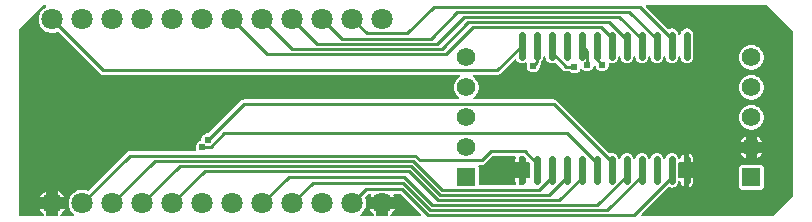
<source format=gtl>
G04 Layer: TopLayer*
G04 EasyEDA v6.4.25, 2021-10-17T02:20:50+08:00*
G04 2ac7491e4d7b47ffaeae1aaf30646eaa,91c7be0e0535418db580a4ece6a21754,10*
G04 Gerber Generator version 0.2*
G04 Scale: 100 percent, Rotated: No, Reflected: No *
G04 Dimensions in millimeters *
G04 leading zeros omitted , absolute positions ,4 integer and 5 decimal *
%FSLAX45Y45*%
%MOMM*%

%ADD11C,0.2700*%
%ADD12C,0.5600*%
%ADD13C,0.6100*%
%ADD14C,1.5748*%
%ADD15R,1.5748X1.5748*%
%ADD16C,1.8000*%

%LPD*%
G36*
X4674108Y2840024D02*
G01*
X4670196Y2840786D01*
X4666945Y2843022D01*
X4664710Y2846324D01*
X4663948Y2850184D01*
X4663948Y2986481D01*
X4663236Y2992780D01*
X4660849Y2999486D01*
X4660290Y3003296D01*
X4661154Y3007055D01*
X4663389Y3010204D01*
X4666640Y3012287D01*
X4670399Y3013049D01*
X4689906Y3013049D01*
X4698085Y3013862D01*
X4705451Y3016097D01*
X4712258Y3019704D01*
X4718608Y3024936D01*
X4779518Y3085795D01*
X4782820Y3088030D01*
X4786680Y3088792D01*
X4967427Y3088792D01*
X4971084Y3088081D01*
X4974234Y3086150D01*
X4976469Y3083255D01*
X4977536Y3079699D01*
X4977231Y3075990D01*
X4976164Y3071926D01*
X4975301Y3062122D01*
X4975301Y3036163D01*
X5008829Y3036163D01*
X5008829Y3078632D01*
X5009642Y3082493D01*
X5011826Y3085795D01*
X5015128Y3088030D01*
X5018989Y3088792D01*
X5032400Y3088792D01*
X5036261Y3088030D01*
X5039563Y3085795D01*
X5046573Y3078784D01*
X5048758Y3075533D01*
X5049570Y3071622D01*
X5049570Y3036163D01*
X5085029Y3036163D01*
X5088940Y3035350D01*
X5092192Y3033166D01*
X5099304Y3026054D01*
X5101539Y3022752D01*
X5102301Y3018891D01*
X5102301Y2912008D01*
X5101539Y2908147D01*
X5099304Y2904845D01*
X5096002Y2902610D01*
X5092141Y2901848D01*
X5049570Y2901848D01*
X5049570Y2850184D01*
X5048758Y2846324D01*
X5046573Y2843022D01*
X5043271Y2840786D01*
X5039410Y2840024D01*
X5018989Y2840024D01*
X5015128Y2840786D01*
X5011826Y2843022D01*
X5009642Y2846324D01*
X5008829Y2850184D01*
X5008829Y2901848D01*
X4975301Y2901848D01*
X4975301Y2875838D01*
X4976164Y2866085D01*
X4978603Y2856992D01*
X4979720Y2854502D01*
X4980686Y2850540D01*
X4980025Y2846578D01*
X4977841Y2843123D01*
X4974488Y2840837D01*
X4970526Y2840024D01*
G37*

%LPD*%
G36*
X785368Y2578608D02*
G01*
X781456Y2579370D01*
X778205Y2581605D01*
X775970Y2584856D01*
X775208Y2588768D01*
X775208Y4163364D01*
X775970Y4167225D01*
X778205Y4170527D01*
X972972Y4365294D01*
X976274Y4367530D01*
X980135Y4368292D01*
X994918Y4368292D01*
X999236Y4367326D01*
X1002741Y4364583D01*
X1004722Y4360672D01*
X1004874Y4356252D01*
X1003096Y4352137D01*
X999794Y4349242D01*
X992022Y4344924D01*
X980236Y4336389D01*
X969619Y4326432D01*
X960323Y4315206D01*
X952550Y4302912D01*
X946353Y4289755D01*
X941832Y4275937D01*
X939139Y4261612D01*
X938225Y4247083D01*
X939139Y4232554D01*
X941832Y4218279D01*
X946353Y4204462D01*
X952550Y4191254D01*
X960323Y4178960D01*
X969619Y4167784D01*
X980236Y4157827D01*
X992022Y4149242D01*
X1004773Y4142232D01*
X1018286Y4136898D01*
X1032408Y4133291D01*
X1046835Y4131462D01*
X1061364Y4131462D01*
X1075791Y4133291D01*
X1089914Y4136898D01*
X1097076Y4139742D01*
X1100937Y4140454D01*
X1104747Y4139641D01*
X1107998Y4137456D01*
X1456385Y3789121D01*
X1462735Y3783888D01*
X1469542Y3780282D01*
X1476908Y3778046D01*
X1485087Y3777234D01*
X4497882Y3777234D01*
X4502099Y3776319D01*
X4505553Y3773779D01*
X4507636Y3770020D01*
X4507992Y3765753D01*
X4506518Y3761689D01*
X4503572Y3758590D01*
X4495596Y3753307D01*
X4485335Y3744264D01*
X4476292Y3734003D01*
X4468672Y3722624D01*
X4462627Y3710330D01*
X4458258Y3697376D01*
X4455566Y3683965D01*
X4454652Y3670300D01*
X4455566Y3656634D01*
X4458258Y3643223D01*
X4462627Y3630269D01*
X4468672Y3617976D01*
X4476292Y3606596D01*
X4485335Y3596335D01*
X4495596Y3587292D01*
X4497171Y3586276D01*
X4500168Y3583178D01*
X4501591Y3579114D01*
X4501235Y3574846D01*
X4499152Y3571087D01*
X4495698Y3568547D01*
X4491532Y3567633D01*
X2673908Y3567633D01*
X2665730Y3566820D01*
X2658364Y3564585D01*
X2651556Y3560978D01*
X2645206Y3555746D01*
X2375509Y3286048D01*
X2372614Y3284016D01*
X2369210Y3283102D01*
X2362403Y3282543D01*
X2352903Y3280003D01*
X2344013Y3275838D01*
X2335936Y3270199D01*
X2328976Y3263239D01*
X2323388Y3255213D01*
X2319223Y3246323D01*
X2316683Y3236823D01*
X2315921Y3228136D01*
X2314752Y3224225D01*
X2312111Y3221075D01*
X2308402Y3219196D01*
X2306218Y3218637D01*
X2297328Y3214471D01*
X2289251Y3208832D01*
X2282291Y3201873D01*
X2276703Y3193846D01*
X2272538Y3184956D01*
X2269998Y3175457D01*
X2269134Y3165652D01*
X2269998Y3155899D01*
X2272995Y3145028D01*
X2273300Y3141319D01*
X2272284Y3137763D01*
X2270048Y3134817D01*
X2266848Y3132836D01*
X2263190Y3132175D01*
X1714246Y3132175D01*
X1706067Y3131362D01*
X1698701Y3129127D01*
X1691893Y3125470D01*
X1685543Y3120288D01*
X1361998Y2796743D01*
X1358747Y2794558D01*
X1354937Y2793746D01*
X1351076Y2794457D01*
X1343914Y2797302D01*
X1329791Y2800959D01*
X1315364Y2802737D01*
X1300835Y2802737D01*
X1286408Y2800959D01*
X1272286Y2797302D01*
X1258773Y2791968D01*
X1246022Y2784957D01*
X1234236Y2776372D01*
X1223619Y2766415D01*
X1214323Y2755239D01*
X1206550Y2742946D01*
X1200353Y2729738D01*
X1195832Y2715920D01*
X1193139Y2701645D01*
X1192225Y2687116D01*
X1193139Y2672588D01*
X1195832Y2658262D01*
X1200353Y2644444D01*
X1206550Y2631287D01*
X1214323Y2618994D01*
X1223619Y2607767D01*
X1234236Y2597810D01*
X1238199Y2593848D01*
X1239469Y2589834D01*
X1239062Y2585618D01*
X1236929Y2581960D01*
X1233525Y2579471D01*
X1229410Y2578608D01*
X1132840Y2578608D01*
X1128674Y2579471D01*
X1125270Y2581960D01*
X1123188Y2585618D01*
X1122730Y2589834D01*
X1124051Y2593848D01*
X1127963Y2597810D01*
X1138580Y2607767D01*
X1147876Y2618994D01*
X1155649Y2631236D01*
X1157782Y2635758D01*
X1105458Y2635758D01*
X1105458Y2588768D01*
X1104696Y2584856D01*
X1102461Y2581605D01*
X1099159Y2579370D01*
X1095298Y2578608D01*
X1012901Y2578608D01*
X1009040Y2579370D01*
X1005738Y2581605D01*
X1003503Y2584856D01*
X1002741Y2588768D01*
X1002741Y2635758D01*
X950417Y2635758D01*
X952550Y2631236D01*
X960323Y2618994D01*
X969619Y2607767D01*
X980236Y2597810D01*
X984148Y2593848D01*
X985469Y2589834D01*
X985012Y2585618D01*
X982929Y2581960D01*
X979525Y2579471D01*
X975360Y2578608D01*
G37*

%LPC*%
G36*
X1105458Y2738424D02*
G01*
X1157782Y2738424D01*
X1155649Y2742946D01*
X1147876Y2755188D01*
X1138580Y2766415D01*
X1127963Y2776372D01*
X1116177Y2784957D01*
X1105458Y2790850D01*
G37*
G36*
X950417Y2738424D02*
G01*
X1002741Y2738424D01*
X1002741Y2790850D01*
X992022Y2784957D01*
X980236Y2776372D01*
X969619Y2766415D01*
X960323Y2755188D01*
X952550Y2742946D01*
G37*

%LPD*%
G36*
X3672789Y2578608D02*
G01*
X3668674Y2579471D01*
X3665270Y2581960D01*
X3663137Y2585618D01*
X3662730Y2589834D01*
X3664000Y2593848D01*
X3667963Y2597810D01*
X3678580Y2607767D01*
X3687876Y2618994D01*
X3695649Y2631287D01*
X3701846Y2644444D01*
X3706368Y2658262D01*
X3709060Y2672588D01*
X3709974Y2687116D01*
X3709060Y2701645D01*
X3706368Y2715920D01*
X3701440Y2730804D01*
X3700932Y2734513D01*
X3701796Y2738120D01*
X3703929Y2741168D01*
X3727196Y2764485D01*
X3730498Y2766669D01*
X3734409Y2767431D01*
X3743604Y2767431D01*
X3747820Y2766517D01*
X3751275Y2763977D01*
X3753358Y2760167D01*
X3753662Y2755900D01*
X3752189Y2751836D01*
X3746550Y2742946D01*
X3744417Y2738424D01*
X3796741Y2738424D01*
X3796741Y2757271D01*
X3797503Y2761183D01*
X3799738Y2764485D01*
X3803040Y2766669D01*
X3806901Y2767431D01*
X3889298Y2767431D01*
X3893159Y2766669D01*
X3896461Y2764485D01*
X3898696Y2761183D01*
X3899458Y2757271D01*
X3899458Y2738424D01*
X3951782Y2738424D01*
X3949649Y2742946D01*
X3944010Y2751836D01*
X3942537Y2755900D01*
X3942842Y2760167D01*
X3944924Y2763977D01*
X3948379Y2766517D01*
X3952595Y2767431D01*
X3997299Y2767431D01*
X4001211Y2766669D01*
X4004513Y2764485D01*
X4173016Y2595930D01*
X4175201Y2592679D01*
X4176014Y2588768D01*
X4175201Y2584856D01*
X4173016Y2581605D01*
X4169714Y2579370D01*
X4165854Y2578608D01*
X3926840Y2578608D01*
X3922674Y2579471D01*
X3919270Y2581960D01*
X3917137Y2585618D01*
X3916730Y2589834D01*
X3918000Y2593848D01*
X3921963Y2597810D01*
X3932580Y2607767D01*
X3941876Y2618994D01*
X3949649Y2631287D01*
X3951782Y2635758D01*
X3899458Y2635758D01*
X3899458Y2588768D01*
X3898696Y2584856D01*
X3896461Y2581605D01*
X3893159Y2579370D01*
X3889298Y2578608D01*
X3806901Y2578608D01*
X3803040Y2579370D01*
X3799738Y2581605D01*
X3797503Y2584856D01*
X3796741Y2588768D01*
X3796741Y2635758D01*
X3744417Y2635758D01*
X3746550Y2631287D01*
X3754323Y2618994D01*
X3763619Y2607767D01*
X3774236Y2597810D01*
X3778199Y2593848D01*
X3779469Y2589834D01*
X3779062Y2585618D01*
X3776929Y2581960D01*
X3773525Y2579471D01*
X3769360Y2578608D01*
G37*

%LPD*%
G36*
X6050534Y2578608D02*
G01*
X6046622Y2579370D01*
X6043371Y2581605D01*
X6041136Y2584856D01*
X6040374Y2588768D01*
X6041136Y2592679D01*
X6043371Y2595930D01*
X6269888Y2822498D01*
X6272784Y2824530D01*
X6276187Y2825445D01*
X6279743Y2825140D01*
X6289852Y2822346D01*
X6299200Y2821533D01*
X6308547Y2822346D01*
X6317640Y2824784D01*
X6326124Y2828747D01*
X6333845Y2834132D01*
X6340449Y2840786D01*
X6345834Y2848457D01*
X6349796Y2856992D01*
X6352235Y2866085D01*
X6352590Y2869793D01*
X6353860Y2873908D01*
X6356654Y2877108D01*
X6360566Y2878836D01*
X6364833Y2878836D01*
X6368745Y2877108D01*
X6371539Y2873908D01*
X6372809Y2869793D01*
X6373164Y2866085D01*
X6375603Y2856992D01*
X6379565Y2848457D01*
X6384950Y2840786D01*
X6391554Y2834132D01*
X6399276Y2828747D01*
X6405829Y2825699D01*
X6405829Y2901848D01*
X6363258Y2901848D01*
X6359398Y2902610D01*
X6356096Y2904845D01*
X6353860Y2908147D01*
X6353098Y2912008D01*
X6353098Y3026003D01*
X6353860Y3029864D01*
X6356096Y3033166D01*
X6359398Y3035350D01*
X6363258Y3036163D01*
X6405829Y3036163D01*
X6405829Y3112312D01*
X6399276Y3109214D01*
X6391554Y3103829D01*
X6384950Y3097225D01*
X6379565Y3089503D01*
X6375603Y3081020D01*
X6373164Y3071926D01*
X6372809Y3068167D01*
X6371539Y3064103D01*
X6368745Y3060903D01*
X6364833Y3059125D01*
X6360566Y3059125D01*
X6356654Y3060903D01*
X6353860Y3064103D01*
X6352590Y3068167D01*
X6352235Y3071926D01*
X6349796Y3081020D01*
X6345834Y3089503D01*
X6340449Y3097225D01*
X6333845Y3103829D01*
X6326124Y3109214D01*
X6317640Y3113227D01*
X6308547Y3115614D01*
X6299200Y3116478D01*
X6289852Y3115614D01*
X6280759Y3113227D01*
X6272276Y3109214D01*
X6264554Y3103829D01*
X6257950Y3097225D01*
X6252565Y3089503D01*
X6248603Y3081020D01*
X6246164Y3071926D01*
X6245809Y3068167D01*
X6244539Y3064103D01*
X6241745Y3060903D01*
X6237833Y3059125D01*
X6233566Y3059125D01*
X6229654Y3060903D01*
X6226860Y3064103D01*
X6225590Y3068167D01*
X6225235Y3071926D01*
X6222796Y3081020D01*
X6218834Y3089503D01*
X6213449Y3097225D01*
X6206845Y3103829D01*
X6199124Y3109214D01*
X6190640Y3113227D01*
X6181547Y3115614D01*
X6172200Y3116478D01*
X6162852Y3115614D01*
X6153759Y3113227D01*
X6145276Y3109214D01*
X6137554Y3103829D01*
X6130950Y3097225D01*
X6125565Y3089503D01*
X6121603Y3081020D01*
X6119164Y3071926D01*
X6118809Y3068167D01*
X6117539Y3064103D01*
X6114745Y3060903D01*
X6110833Y3059125D01*
X6106566Y3059125D01*
X6102654Y3060903D01*
X6099860Y3064103D01*
X6098590Y3068167D01*
X6098235Y3071926D01*
X6095796Y3081020D01*
X6091834Y3089503D01*
X6086449Y3097225D01*
X6079845Y3103829D01*
X6072124Y3109214D01*
X6063640Y3113227D01*
X6054547Y3115614D01*
X6045200Y3116478D01*
X6035852Y3115614D01*
X6026759Y3113227D01*
X6018276Y3109214D01*
X6010554Y3103829D01*
X6003950Y3097225D01*
X5998565Y3089503D01*
X5994603Y3081020D01*
X5992164Y3071926D01*
X5991809Y3068167D01*
X5990539Y3064103D01*
X5987745Y3060903D01*
X5983833Y3059125D01*
X5979566Y3059125D01*
X5975654Y3060903D01*
X5972860Y3064103D01*
X5971590Y3068167D01*
X5971235Y3071926D01*
X5968796Y3081020D01*
X5964834Y3089503D01*
X5959449Y3097225D01*
X5952845Y3103829D01*
X5945124Y3109214D01*
X5936640Y3113227D01*
X5927547Y3115614D01*
X5918200Y3116478D01*
X5908852Y3115614D01*
X5899759Y3113227D01*
X5891276Y3109214D01*
X5883554Y3103829D01*
X5876950Y3097225D01*
X5871565Y3089503D01*
X5867603Y3081020D01*
X5865164Y3071926D01*
X5864809Y3068167D01*
X5863539Y3064103D01*
X5860745Y3060903D01*
X5856833Y3059125D01*
X5852566Y3059125D01*
X5848654Y3060903D01*
X5845860Y3064103D01*
X5844590Y3068167D01*
X5844235Y3071926D01*
X5841796Y3081020D01*
X5837834Y3089503D01*
X5832449Y3097225D01*
X5825845Y3103829D01*
X5818124Y3109214D01*
X5809640Y3113227D01*
X5800547Y3115614D01*
X5791200Y3116478D01*
X5781852Y3115614D01*
X5776315Y3114141D01*
X5772810Y3113836D01*
X5769406Y3114751D01*
X5766511Y3116783D01*
X5327497Y3555746D01*
X5321147Y3560978D01*
X5314340Y3564585D01*
X5306974Y3566820D01*
X5298795Y3567633D01*
X4627067Y3567633D01*
X4622901Y3568547D01*
X4619447Y3571087D01*
X4617364Y3574846D01*
X4617008Y3579114D01*
X4618431Y3583178D01*
X4621428Y3586276D01*
X4623003Y3587292D01*
X4633264Y3596335D01*
X4642307Y3606596D01*
X4649927Y3617976D01*
X4655972Y3630269D01*
X4660341Y3643223D01*
X4663033Y3656634D01*
X4663948Y3670300D01*
X4663033Y3683965D01*
X4660341Y3697376D01*
X4655972Y3710330D01*
X4649927Y3722624D01*
X4642307Y3734003D01*
X4633264Y3744264D01*
X4623003Y3753307D01*
X4615027Y3758590D01*
X4612081Y3761689D01*
X4610608Y3765753D01*
X4610963Y3770020D01*
X4613046Y3773779D01*
X4616500Y3776319D01*
X4620717Y3777234D01*
X4822545Y3777234D01*
X4830724Y3778046D01*
X4838090Y3780282D01*
X4844897Y3783888D01*
X4851247Y3789121D01*
X4966512Y3904386D01*
X4970221Y3906774D01*
X4974590Y3907332D01*
X4978806Y3906012D01*
X4982006Y3903014D01*
X4987950Y3894582D01*
X4994554Y3887927D01*
X5002276Y3882542D01*
X5010759Y3878579D01*
X5019852Y3876141D01*
X5029200Y3875328D01*
X5038547Y3876141D01*
X5047640Y3878579D01*
X5060746Y3884777D01*
X5064861Y3884777D01*
X5068671Y3883151D01*
X5071465Y3880154D01*
X5072888Y3876294D01*
X5072634Y3872229D01*
X5070602Y3864559D01*
X5069738Y3854754D01*
X5070602Y3845001D01*
X5073142Y3835501D01*
X5077307Y3826611D01*
X5082895Y3818534D01*
X5089855Y3811574D01*
X5097932Y3805986D01*
X5106822Y3801821D01*
X5116322Y3799281D01*
X5126126Y3798417D01*
X5135880Y3799281D01*
X5145379Y3801821D01*
X5154269Y3805986D01*
X5162346Y3811574D01*
X5169306Y3818534D01*
X5174894Y3826611D01*
X5179060Y3835501D01*
X5181600Y3845001D01*
X5182209Y3852062D01*
X5182971Y3855008D01*
X5184495Y3857599D01*
X5188915Y3863035D01*
X5192572Y3869842D01*
X5194808Y3877208D01*
X5195620Y3885387D01*
X5195620Y3888740D01*
X5196078Y3891787D01*
X5197449Y3894582D01*
X5202834Y3902303D01*
X5206796Y3910787D01*
X5209235Y3919880D01*
X5209590Y3923588D01*
X5210860Y3927703D01*
X5213654Y3930904D01*
X5217566Y3932682D01*
X5221833Y3932682D01*
X5225745Y3930904D01*
X5228539Y3927703D01*
X5229809Y3923588D01*
X5230164Y3919880D01*
X5232603Y3910787D01*
X5236565Y3902303D01*
X5241950Y3894582D01*
X5248554Y3887927D01*
X5256276Y3882542D01*
X5264759Y3878579D01*
X5273852Y3876141D01*
X5283200Y3875328D01*
X5292547Y3876141D01*
X5301640Y3878579D01*
X5304434Y3879900D01*
X5308447Y3880865D01*
X5312460Y3880154D01*
X5315915Y3877868D01*
X5376316Y3817467D01*
X5382666Y3812235D01*
X5389473Y3808628D01*
X5396839Y3806393D01*
X5405018Y3805580D01*
X5430570Y3805580D01*
X5434482Y3804818D01*
X5446623Y3796182D01*
X5455513Y3792016D01*
X5465013Y3789476D01*
X5474817Y3788613D01*
X5484571Y3789476D01*
X5494070Y3792016D01*
X5502960Y3796182D01*
X5511038Y3801770D01*
X5517997Y3808729D01*
X5523585Y3816807D01*
X5525668Y3821226D01*
X5527954Y3824376D01*
X5531256Y3826408D01*
X5535066Y3827068D01*
X5538876Y3826306D01*
X5542076Y3824122D01*
X5546242Y3819906D01*
X5554319Y3814318D01*
X5563209Y3810152D01*
X5572709Y3807612D01*
X5582513Y3806748D01*
X5592267Y3807612D01*
X5601766Y3810152D01*
X5610656Y3814318D01*
X5618734Y3819906D01*
X5625693Y3826865D01*
X5631281Y3834942D01*
X5635447Y3843832D01*
X5636107Y3846271D01*
X5638139Y3850182D01*
X5641644Y3852875D01*
X5645912Y3853840D01*
X5650230Y3852875D01*
X5653735Y3850182D01*
X5655767Y3846271D01*
X5656376Y3843883D01*
X5660542Y3834993D01*
X5666181Y3826916D01*
X5673140Y3819956D01*
X5681167Y3814368D01*
X5690057Y3810203D01*
X5699556Y3807663D01*
X5709361Y3806799D01*
X5719165Y3807663D01*
X5728665Y3810203D01*
X5737555Y3814368D01*
X5745581Y3819956D01*
X5752541Y3826916D01*
X5758180Y3834993D01*
X5762345Y3843883D01*
X5764885Y3853383D01*
X5765749Y3863136D01*
X5765444Y3866438D01*
X5765850Y3870299D01*
X5767679Y3873703D01*
X5770626Y3876192D01*
X5774334Y3877411D01*
X5778195Y3877157D01*
X5781852Y3876141D01*
X5791200Y3875328D01*
X5800547Y3876141D01*
X5809640Y3878579D01*
X5818124Y3882542D01*
X5825845Y3887927D01*
X5832449Y3894582D01*
X5837834Y3902303D01*
X5841796Y3910787D01*
X5844235Y3919880D01*
X5844590Y3923588D01*
X5845860Y3927703D01*
X5848654Y3930904D01*
X5852566Y3932682D01*
X5856833Y3932682D01*
X5860745Y3930904D01*
X5863539Y3927703D01*
X5864809Y3923588D01*
X5865164Y3919880D01*
X5867603Y3910787D01*
X5871565Y3902303D01*
X5876950Y3894582D01*
X5883554Y3887927D01*
X5891276Y3882542D01*
X5899759Y3878579D01*
X5908852Y3876141D01*
X5918200Y3875328D01*
X5927547Y3876141D01*
X5936640Y3878579D01*
X5945124Y3882542D01*
X5952845Y3887927D01*
X5959449Y3894582D01*
X5964834Y3902303D01*
X5968796Y3910787D01*
X5971235Y3919880D01*
X5971590Y3923588D01*
X5972860Y3927703D01*
X5975654Y3930904D01*
X5979566Y3932682D01*
X5983833Y3932682D01*
X5987745Y3930904D01*
X5990539Y3927703D01*
X5991809Y3923588D01*
X5992164Y3919880D01*
X5994603Y3910787D01*
X5998565Y3902303D01*
X6003950Y3894582D01*
X6010554Y3887927D01*
X6018276Y3882542D01*
X6026759Y3878579D01*
X6035852Y3876141D01*
X6045200Y3875328D01*
X6054547Y3876141D01*
X6063640Y3878579D01*
X6072124Y3882542D01*
X6079845Y3887927D01*
X6086449Y3894582D01*
X6091834Y3902303D01*
X6095796Y3910787D01*
X6098235Y3919880D01*
X6098590Y3923588D01*
X6099860Y3927703D01*
X6102654Y3930904D01*
X6106566Y3932682D01*
X6110833Y3932682D01*
X6114745Y3930904D01*
X6117539Y3927703D01*
X6118809Y3923588D01*
X6119164Y3919880D01*
X6121603Y3910787D01*
X6125565Y3902303D01*
X6130950Y3894582D01*
X6137554Y3887927D01*
X6145276Y3882542D01*
X6153759Y3878579D01*
X6162852Y3876141D01*
X6172200Y3875328D01*
X6181547Y3876141D01*
X6190640Y3878579D01*
X6199124Y3882542D01*
X6206845Y3887927D01*
X6213449Y3894582D01*
X6218834Y3902303D01*
X6222796Y3910787D01*
X6225235Y3919880D01*
X6225590Y3923588D01*
X6226860Y3927703D01*
X6229654Y3930904D01*
X6233566Y3932682D01*
X6237833Y3932682D01*
X6241745Y3930904D01*
X6244539Y3927703D01*
X6245809Y3923588D01*
X6246164Y3919880D01*
X6248603Y3910787D01*
X6252565Y3902303D01*
X6257950Y3894582D01*
X6264554Y3887927D01*
X6272276Y3882542D01*
X6280759Y3878579D01*
X6289852Y3876141D01*
X6299200Y3875328D01*
X6308547Y3876141D01*
X6317640Y3878579D01*
X6326124Y3882542D01*
X6333845Y3887927D01*
X6340449Y3894582D01*
X6345834Y3902303D01*
X6349796Y3910787D01*
X6352235Y3919880D01*
X6352590Y3923588D01*
X6353860Y3927703D01*
X6356654Y3930904D01*
X6360566Y3932682D01*
X6364833Y3932682D01*
X6368745Y3930904D01*
X6371539Y3927703D01*
X6372809Y3923588D01*
X6373164Y3919880D01*
X6375603Y3910787D01*
X6379565Y3902303D01*
X6384950Y3894582D01*
X6391554Y3887927D01*
X6399276Y3882542D01*
X6407759Y3878579D01*
X6416852Y3876141D01*
X6426200Y3875328D01*
X6435547Y3876141D01*
X6444640Y3878579D01*
X6453124Y3882542D01*
X6460845Y3887927D01*
X6467449Y3894582D01*
X6472834Y3902303D01*
X6476796Y3910787D01*
X6479235Y3919880D01*
X6480098Y3929634D01*
X6480098Y4115917D01*
X6479235Y4125722D01*
X6476796Y4134815D01*
X6472834Y4143298D01*
X6467449Y4151020D01*
X6460845Y4157624D01*
X6453124Y4163060D01*
X6444640Y4167022D01*
X6435547Y4169410D01*
X6426200Y4170273D01*
X6416852Y4169410D01*
X6407759Y4167022D01*
X6399276Y4163060D01*
X6391554Y4157624D01*
X6384950Y4151020D01*
X6379565Y4143298D01*
X6375603Y4134815D01*
X6373164Y4125722D01*
X6372809Y4121962D01*
X6371539Y4117898D01*
X6368745Y4114698D01*
X6364833Y4112920D01*
X6360566Y4112920D01*
X6356654Y4114698D01*
X6353860Y4117898D01*
X6352590Y4121962D01*
X6352235Y4125722D01*
X6349796Y4134815D01*
X6345834Y4143298D01*
X6340449Y4151020D01*
X6333845Y4157624D01*
X6326124Y4163060D01*
X6317640Y4167022D01*
X6308547Y4169410D01*
X6299200Y4170273D01*
X6289852Y4169410D01*
X6280759Y4167022D01*
X6277965Y4165701D01*
X6274003Y4164736D01*
X6269939Y4165447D01*
X6266484Y4167733D01*
X6083300Y4350969D01*
X6081064Y4354220D01*
X6080302Y4358132D01*
X6081064Y4362043D01*
X6083300Y4365294D01*
X6086551Y4367530D01*
X6090462Y4368292D01*
X7097064Y4368292D01*
X7100925Y4367530D01*
X7104227Y4365294D01*
X7324394Y4145127D01*
X7326630Y4141825D01*
X7327392Y4137964D01*
X7327392Y2758135D01*
X7326630Y2754274D01*
X7324394Y2750972D01*
X7155027Y2581605D01*
X7151725Y2579370D01*
X7147864Y2578608D01*
G37*

%LPC*%
G36*
X6972300Y3819651D02*
G01*
X6985965Y3820566D01*
X6999376Y3823258D01*
X7012330Y3827627D01*
X7024624Y3833672D01*
X7036003Y3841292D01*
X7046264Y3850335D01*
X7055307Y3860596D01*
X7062927Y3871976D01*
X7068972Y3884269D01*
X7073341Y3897223D01*
X7076033Y3910634D01*
X7076948Y3924300D01*
X7076033Y3937965D01*
X7073341Y3951376D01*
X7068972Y3964330D01*
X7062927Y3976624D01*
X7055307Y3988003D01*
X7046264Y3998264D01*
X7036003Y4007307D01*
X7024624Y4014927D01*
X7012330Y4020972D01*
X6999376Y4025341D01*
X6985965Y4028033D01*
X6972300Y4028948D01*
X6958634Y4028033D01*
X6945223Y4025341D01*
X6932269Y4020972D01*
X6919975Y4014927D01*
X6908596Y4007307D01*
X6898335Y3998264D01*
X6889292Y3988003D01*
X6881672Y3976624D01*
X6875627Y3964330D01*
X6871258Y3951376D01*
X6868566Y3937965D01*
X6867652Y3924300D01*
X6868566Y3910634D01*
X6871258Y3897223D01*
X6875627Y3884269D01*
X6881672Y3871976D01*
X6889292Y3860596D01*
X6898335Y3850335D01*
X6908596Y3841292D01*
X6919975Y3833672D01*
X6932269Y3827627D01*
X6945223Y3823258D01*
X6958634Y3820566D01*
G37*
G36*
X6972300Y3565651D02*
G01*
X6985965Y3566566D01*
X6999376Y3569258D01*
X7012330Y3573627D01*
X7024624Y3579672D01*
X7036003Y3587292D01*
X7046264Y3596335D01*
X7055307Y3606596D01*
X7062927Y3617976D01*
X7068972Y3630269D01*
X7073341Y3643223D01*
X7076033Y3656634D01*
X7076948Y3670300D01*
X7076033Y3683965D01*
X7073341Y3697376D01*
X7068972Y3710330D01*
X7062927Y3722624D01*
X7055307Y3734003D01*
X7046264Y3744264D01*
X7036003Y3753307D01*
X7024624Y3760927D01*
X7012330Y3766972D01*
X6999376Y3771341D01*
X6985965Y3774033D01*
X6972300Y3774948D01*
X6958634Y3774033D01*
X6945223Y3771341D01*
X6932269Y3766972D01*
X6919975Y3760927D01*
X6908596Y3753307D01*
X6898335Y3744264D01*
X6889292Y3734003D01*
X6881672Y3722624D01*
X6875627Y3710330D01*
X6871258Y3697376D01*
X6868566Y3683965D01*
X6867652Y3670300D01*
X6868566Y3656634D01*
X6871258Y3643223D01*
X6875627Y3630269D01*
X6881672Y3617976D01*
X6889292Y3606596D01*
X6898335Y3596335D01*
X6908596Y3587292D01*
X6919975Y3579672D01*
X6932269Y3573627D01*
X6945223Y3569258D01*
X6958634Y3566566D01*
G37*
G36*
X6972300Y3311651D02*
G01*
X6985965Y3312566D01*
X6999376Y3315258D01*
X7012330Y3319627D01*
X7024624Y3325672D01*
X7036003Y3333292D01*
X7046264Y3342335D01*
X7055307Y3352596D01*
X7062927Y3363976D01*
X7068972Y3376269D01*
X7073341Y3389223D01*
X7076033Y3402634D01*
X7076948Y3416300D01*
X7076033Y3429965D01*
X7073341Y3443376D01*
X7068972Y3456330D01*
X7062927Y3468624D01*
X7055307Y3480003D01*
X7046264Y3490264D01*
X7036003Y3499307D01*
X7024624Y3506927D01*
X7012330Y3512972D01*
X6999376Y3517341D01*
X6985965Y3520033D01*
X6972300Y3520948D01*
X6958634Y3520033D01*
X6945223Y3517341D01*
X6932269Y3512972D01*
X6919975Y3506927D01*
X6908596Y3499307D01*
X6898335Y3490264D01*
X6889292Y3480003D01*
X6881672Y3468624D01*
X6875627Y3456330D01*
X6871258Y3443376D01*
X6868566Y3429965D01*
X6867652Y3416300D01*
X6868566Y3402634D01*
X6871258Y3389223D01*
X6875627Y3376269D01*
X6881672Y3363976D01*
X6889292Y3352596D01*
X6898335Y3342335D01*
X6908596Y3333292D01*
X6919975Y3325672D01*
X6932269Y3319627D01*
X6945223Y3315258D01*
X6958634Y3312566D01*
G37*
G36*
X6894118Y2803652D02*
G01*
X7050481Y2803652D01*
X7056780Y2804363D01*
X7062266Y2806293D01*
X7067143Y2809341D01*
X7071258Y2813456D01*
X7074306Y2818333D01*
X7076236Y2823819D01*
X7076948Y2830118D01*
X7076948Y2986481D01*
X7076236Y2992780D01*
X7074306Y2998266D01*
X7071258Y3003143D01*
X7067143Y3007258D01*
X7062266Y3010306D01*
X7056780Y3012236D01*
X7050481Y3012948D01*
X6894118Y3012948D01*
X6887819Y3012236D01*
X6882333Y3010306D01*
X6877456Y3007258D01*
X6873341Y3003143D01*
X6870293Y2998266D01*
X6868363Y2992780D01*
X6867652Y2986481D01*
X6867652Y2830118D01*
X6868363Y2823819D01*
X6870293Y2818333D01*
X6873341Y2813456D01*
X6877456Y2809341D01*
X6882333Y2806293D01*
X6887819Y2804363D01*
G37*
G36*
X6446570Y2825699D02*
G01*
X6453124Y2828747D01*
X6460845Y2834132D01*
X6467449Y2840786D01*
X6472834Y2848457D01*
X6476796Y2856992D01*
X6479235Y2866085D01*
X6480098Y2875838D01*
X6480098Y2901848D01*
X6446570Y2901848D01*
G37*
G36*
X7018020Y3208020D02*
G01*
X7066178Y3208020D01*
X7062927Y3214624D01*
X7055307Y3226003D01*
X7046264Y3236264D01*
X7036003Y3245307D01*
X7024624Y3252927D01*
X7018020Y3256178D01*
G37*
G36*
X6446570Y3036163D02*
G01*
X6480098Y3036163D01*
X6480098Y3062122D01*
X6479235Y3071926D01*
X6476796Y3081020D01*
X6472834Y3089503D01*
X6467449Y3097225D01*
X6460845Y3103829D01*
X6453124Y3109214D01*
X6446570Y3112312D01*
G37*
G36*
X6878421Y3208020D02*
G01*
X6926580Y3208020D01*
X6926580Y3256178D01*
X6919975Y3252927D01*
X6908596Y3245307D01*
X6898335Y3236264D01*
X6889292Y3226003D01*
X6881672Y3214624D01*
G37*
G36*
X7018020Y3068421D02*
G01*
X7024624Y3071672D01*
X7036003Y3079292D01*
X7046264Y3088335D01*
X7055307Y3098596D01*
X7062927Y3109976D01*
X7066178Y3116580D01*
X7018020Y3116580D01*
G37*
G36*
X6926580Y3068421D02*
G01*
X6926580Y3116580D01*
X6878421Y3116580D01*
X6881672Y3109976D01*
X6889292Y3098596D01*
X6898335Y3088335D01*
X6908596Y3079292D01*
X6919975Y3071672D01*
G37*

%LPD*%
D11*
X5283200Y2969005D02*
G01*
X5283200Y2906979D01*
X5176850Y2800629D01*
X4355896Y2800629D01*
X4109897Y3046628D01*
X1921637Y3046628D01*
X1562100Y2687091D01*
X3594100Y2687091D02*
G01*
X3713861Y2806852D01*
X4017848Y2806852D01*
X4236542Y2588158D01*
X5979820Y2588158D01*
X6299200Y2907537D01*
X6299200Y2969005D01*
X3086100Y2687091D02*
G01*
X3257422Y2858414D01*
X4026382Y2858414D01*
X4254144Y2630652D01*
X5753963Y2630652D01*
X6045200Y2921888D01*
X6045200Y2969005D01*
X2070100Y2687091D02*
G01*
X2344648Y2961639D01*
X4074693Y2961639D01*
X4320692Y2715640D01*
X5346776Y2715640D01*
X5537200Y2906064D01*
X5537200Y2969005D01*
X5791200Y2969005D02*
G01*
X5791200Y3036341D01*
X5299303Y3528237D01*
X2673400Y3528237D01*
X2372182Y3227019D01*
X6299200Y4022801D02*
G01*
X6299200Y4079290D01*
X6026962Y4351528D01*
X4286910Y4351528D01*
X4061256Y4125874D01*
X3715334Y4125874D01*
X3594100Y4247108D01*
X6172200Y4022801D02*
G01*
X6172200Y4076547D01*
X5939713Y4309033D01*
X4482845Y4309033D01*
X4257166Y4083354D01*
X3503853Y4083354D01*
X3340100Y4247108D01*
X6045200Y4022801D02*
G01*
X6045200Y4075379D01*
X5854039Y4266539D01*
X4538548Y4266539D01*
X4312843Y4040835D01*
X3292373Y4040835D01*
X3086100Y4247108D01*
X2578100Y4247108D02*
G01*
X2869361Y3955846D01*
X4387850Y3955846D01*
X4613529Y4181525D01*
X5699912Y4181525D01*
X5791200Y4090238D01*
X5791200Y4022801D01*
X1054100Y4247108D02*
G01*
X1484579Y3816629D01*
X4823028Y3816629D01*
X5029200Y4022801D01*
X5664200Y2969005D02*
G01*
X5664200Y3027298D01*
X5410479Y3281019D01*
X2510256Y3281019D01*
X2394889Y3165652D01*
X2325497Y3165652D01*
X2832100Y2687091D02*
G01*
X3054070Y2909062D01*
X4035831Y2909062D01*
X4271746Y2673146D01*
X5669457Y2673146D01*
X5918200Y2921888D01*
X5918200Y2969005D01*
X5156200Y2969005D02*
G01*
X5156200Y3024911D01*
X5052923Y3128187D01*
X4766157Y3128187D01*
X4690414Y3052445D01*
X4164177Y3052445D01*
X4123867Y3092754D01*
X1713763Y3092754D01*
X1308100Y2687091D01*
X5410200Y2969005D02*
G01*
X5410200Y2912414D01*
X5255920Y2758135D01*
X4338294Y2758135D01*
X4092295Y3004134D01*
X2133142Y3004134D01*
X1816100Y2687091D01*
X5156200Y4022801D02*
G01*
X5156200Y3884879D01*
X5126100Y3854780D01*
X5283200Y4022801D02*
G01*
X5283200Y3966311D01*
X5404535Y3844975D01*
X5474792Y3844975D01*
X5918200Y4022801D02*
G01*
X5918200Y4073321D01*
X5767476Y4224045D01*
X4577435Y4224045D01*
X4351731Y3998340D01*
X3080867Y3998340D01*
X2832100Y4247108D01*
X5709361Y3863162D02*
G01*
X5664200Y3908323D01*
X5664200Y4022801D01*
X5537200Y4022801D02*
G01*
X5582488Y3977512D01*
X5582488Y3863111D01*
X6972300Y3162300D02*
G01*
X6619493Y3162300D01*
X6426200Y2969005D01*
X4900777Y2926511D02*
G01*
X4986705Y2926511D01*
X5029200Y2969005D01*
D12*
X5029197Y3062589D02*
G01*
X5029197Y2875419D01*
X5156197Y3062589D02*
G01*
X5156197Y2875419D01*
X5283197Y3062589D02*
G01*
X5283197Y2875419D01*
X5410197Y3062589D02*
G01*
X5410197Y2875419D01*
X5537197Y3062589D02*
G01*
X5537197Y2875419D01*
X5664197Y3062589D02*
G01*
X5664197Y2875419D01*
X5791197Y3062589D02*
G01*
X5791197Y2875419D01*
X5918197Y3062589D02*
G01*
X5918197Y2875419D01*
X6045197Y3062589D02*
G01*
X6045197Y2875419D01*
X6172197Y3062589D02*
G01*
X6172197Y2875419D01*
X6299197Y3062589D02*
G01*
X6299197Y2875419D01*
X6426197Y3062589D02*
G01*
X6426197Y2875419D01*
X5029197Y4116387D02*
G01*
X5029197Y3929214D01*
X5156197Y4116387D02*
G01*
X5156197Y3929214D01*
X5283197Y4116387D02*
G01*
X5283197Y3929214D01*
X5410197Y4116387D02*
G01*
X5410197Y3929214D01*
X5537197Y4116387D02*
G01*
X5537197Y3929214D01*
X5664197Y4116387D02*
G01*
X5664197Y3929214D01*
X5791197Y4116387D02*
G01*
X5791197Y3929214D01*
X5918197Y4116387D02*
G01*
X5918197Y3929214D01*
X6045197Y4116387D02*
G01*
X6045197Y3929214D01*
X6172197Y4116387D02*
G01*
X6172197Y3929214D01*
X6299197Y4116387D02*
G01*
X6299197Y3929214D01*
X6426197Y4116387D02*
G01*
X6426197Y3929214D01*
D14*
G01*
X4559300Y3924300D03*
G01*
X4559300Y3670300D03*
G01*
X4559300Y3416300D03*
G01*
X4559300Y3162300D03*
D15*
G01*
X4559300Y2908300D03*
D16*
G01*
X1054100Y2687091D03*
G01*
X1308100Y2687091D03*
G01*
X1562100Y2687091D03*
G01*
X1816100Y2687091D03*
G01*
X2070100Y2687091D03*
G01*
X2324100Y2687091D03*
G01*
X2578100Y2687091D03*
G01*
X2832100Y2687091D03*
G01*
X3086100Y2687091D03*
G01*
X3340100Y2687091D03*
G01*
X3594100Y2687091D03*
G01*
X3848100Y2687091D03*
G01*
X3848100Y4247108D03*
G01*
X3594100Y4247108D03*
G01*
X3340100Y4247108D03*
G01*
X3086100Y4247108D03*
G01*
X2832100Y4247108D03*
G01*
X2578100Y4247108D03*
G01*
X2324100Y4247108D03*
G01*
X2070100Y4247108D03*
G01*
X1816100Y4247108D03*
G01*
X1562100Y4247108D03*
G01*
X1308100Y4247108D03*
G01*
X1054100Y4247108D03*
D14*
G01*
X6972300Y3924302D03*
G01*
X6972300Y3670302D03*
G01*
X6972300Y3416302D03*
G01*
X6972300Y3162302D03*
D15*
G01*
X6972300Y2908302D03*
D13*
G01*
X4900777Y2926511D03*
G01*
X5582488Y3863111D03*
G01*
X5709361Y3863162D03*
G01*
X5474792Y3844975D03*
G01*
X5126100Y3854780D03*
G01*
X2325497Y3165652D03*
G01*
X2372182Y3227019D03*
M02*

</source>
